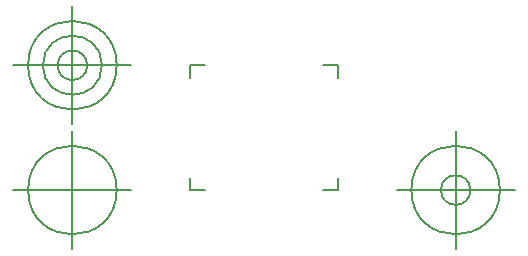
<source format=gbr>
G04 Generated by Ultiboard 11.0 *
%FSLAX25Y25*%
%MOIN*%

%ADD10C,0.00500*%


G04 ColorRGB 009966 for the following layer *
%LNPaste Mask Bottom*%
%LPD*%
%FSLAX25Y25*%
%MOIN*%
G54D10*
X10498Y10748D02*
X10498Y14908D01*
X10498Y10748D02*
X15398Y10748D01*
X59503Y10748D02*
X54602Y10748D01*
X59503Y10748D02*
X59503Y14908D01*
X59503Y52353D02*
X59503Y48192D01*
X59503Y52353D02*
X54602Y52353D01*
X10498Y52353D02*
X15398Y52353D01*
X10498Y52353D02*
X10498Y48192D01*
X-9188Y10748D02*
X-48558Y10748D01*
X-28873Y-8938D02*
X-28873Y30433D01*
X-43636Y10748D02*
G75*
D01*
G02X-43636Y10748I14764J0*
G01*
X79188Y10748D02*
X118558Y10748D01*
X98873Y-8938D02*
X98873Y30433D01*
X84109Y10748D02*
G75*
D01*
G02X84109Y10748I14764J0*
G01*
X93951Y10748D02*
G75*
D01*
G02X93951Y10748I4921J0*
G01*
X-9188Y52353D02*
X-48558Y52353D01*
X-28873Y32668D02*
X-28873Y72038D01*
X-43636Y52353D02*
G75*
D01*
G02X-43636Y52353I14764J0*
G01*
X-38715Y52353D02*
G75*
D01*
G02X-38715Y52353I9843J0*
G01*
X-33794Y52353D02*
G75*
D01*
G02X-33794Y52353I4921J0*
G01*

M00*

</source>
